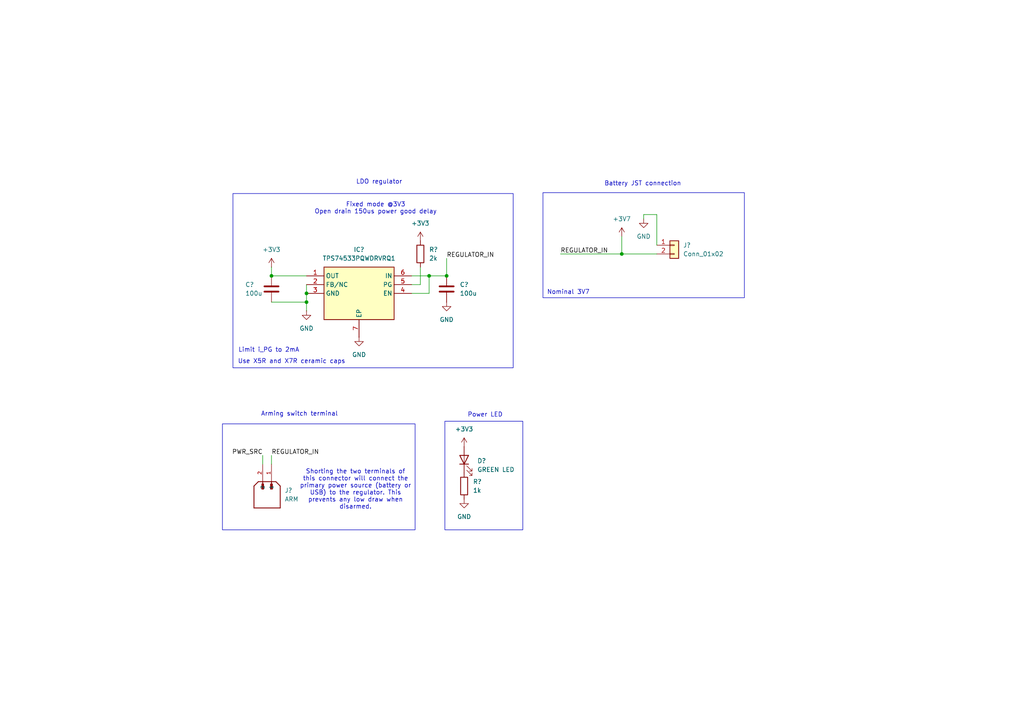
<source format=kicad_sch>
(kicad_sch (version 20231120) (generator "eeschema") (generator_version "8.0")
  (paper "A4")
  (title_block (title "Pygmy") (date "2024-11-13") (rev "A") (company "Matteo Golin"))
  (lib_symbols
    (symbol "1726480102:Minifit-JR-2pos" (pin_names (offset 1.016))
      (property "Reference" "J" (at 0 3.81 0))
      (property "Value" "Minifit-JR-2pos" (at 0 -7.62 0))
      (symbol "Minifit-JR-2pos_0_0"
        (polyline (pts (xy 0 -3.81) (xy 1.27 -5.08)) (stroke (width 0.254)))
        (polyline (pts (xy 0 -2.54) (xy 1.905 -2.54)) (stroke (width 0.254)))
        (polyline (pts (xy 0 0) (xy 0 -3.81)) (stroke (width 0.254)))
        (polyline (pts (xy 0 0) (xy 1.905 0)) (stroke (width 0.254)))
        (polyline (pts (xy 0 1.27) (xy 0 0)) (stroke (width 0.254)))
        (polyline (pts (xy 0 1.27) (xy 1.27 2.54)) (stroke (width 0.254)))
        (polyline (pts (xy 1.27 -5.08) (xy 7.62 -5.08)) (stroke (width 0.254)))
        (polyline (pts (xy 7.62 -5.08) (xy 7.62 2.54)) (stroke (width 0.254)))
        (polyline (pts (xy 7.62 2.54) (xy 1.27 2.54)) (stroke (width 0.254)))
        (rectangle (start 0.635 -2.8575) (end 2.2225 -2.2225) (stroke (width 0.1)) (fill (type outline)))
        (rectangle (start 0.635 -0.3175) (end 2.2225 0.3175) (stroke (width 0.1)) (fill (type outline)))
        (pin passive line (at -5.08 0 0) (length 5.08) (name "1") (number "1"))
        (pin passive line (at -5.08 -2.54 0) (length 5.08) (name "2") (number "2"))
      )
    )
    (symbol "Connector_Generic:Conn_01x02" (pin_names (offset 1.016) hide)
      (property "Reference" "J" (at 0 2.54 0))
      (property "Value" "Conn_01x02" (at 0 -5.08 0))
      (symbol "Conn_01x02_1_1"
        (rectangle (start -1.27 -2.413) (end 0 -2.667) (stroke (width 0.1524)))
        (rectangle (start -1.27 0.127) (end 0 -0.127) (stroke (width 0.1524)))
        (rectangle (start -1.27 1.27) (end 1.27 -3.81) (stroke (width 0.254)) (fill (type background)))
        (pin passive line (at -5.08 0 0) (length 3.81) (name "Pin_1") (number "1"))
        (pin passive line (at -5.08 -2.54 0) (length 3.81) (name "Pin_2") (number "2"))
      )
    )
    (symbol "Device:C" (pin_numbers hide) (pin_names (offset 0.254))
      (property "Reference" "C" (at 0.635 2.54 0))
      (property "Value" "C" (at 0.635 -2.54 0))
      (symbol "C_0_1"
        (polyline (pts (xy -2.032 -0.762) (xy 2.032 -0.762)) (stroke (width 0.508)))
        (polyline (pts (xy -2.032 0.762) (xy 2.032 0.762)) (stroke (width 0.508)))
      )
      (symbol "C_1_1"
        (pin passive line (at 0 3.81 270) (length 2.794) (name "~") (number "1"))
        (pin passive line (at 0 -3.81 90) (length 2.794) (name "~") (number "2"))
      )
    )
    (symbol "Device:LED" (pin_numbers hide) (pin_names (offset 1.016) hide)
      (property "Reference" "D" (at 0 2.54 0))
      (property "Value" "LED" (at 0 -2.54 0))
      (symbol "LED_0_1"
        (polyline (pts (xy -1.27 -1.27) (xy -1.27 1.27)) (stroke (width 0.254)))
        (polyline (pts (xy -1.27 0) (xy 1.27 0)))
        (polyline (pts (xy 1.27 -1.27) (xy 1.27 1.27) (xy -1.27 0) (xy 1.27 -1.27)) (stroke (width 0.254)))
        (polyline (pts (xy -3.048 -0.762) (xy -4.572 -2.286) (xy -3.81 -2.286) (xy -4.572 -2.286) (xy -4.572 -1.524)))
        (polyline (pts (xy -1.778 -0.762) (xy -3.302 -2.286) (xy -2.54 -2.286) (xy -3.302 -2.286) (xy -3.302 -1.524)))
      )
      (symbol "LED_1_1"
        (pin passive line (at -3.81 0 0) (length 2.54) (name "K") (number "1"))
        (pin passive line (at 3.81 0 180) (length 2.54) (name "A") (number "2"))
      )
    )
    (symbol "Device:R" (pin_numbers hide) (pin_names (offset 0))
      (property "Reference" "R" (at 2.032 0 90))
      (property "Value" "R" (at 0 0 90))
      (symbol "R_0_1"
        (rectangle (start -1.016 -2.54) (end 1.016 2.54) (stroke (width 0.254)))
      )
      (symbol "R_1_1"
        (pin passive line (at 0 3.81 270) (length 1.27) (name "~") (number "1"))
        (pin passive line (at 0 -3.81 90) (length 1.27) (name "~") (number "2"))
      )
    )
    (symbol "TPS74533PQWDRVRQ1:TPS74533PQWDRVRQ1"
      (property "Reference" "IC" (at 26.67 7.62 0))
      (property "Value" "TPS74533PQWDRVRQ1" (at 26.67 5.08 0))
      (symbol "TPS74533PQWDRVRQ1_1_1"
        (rectangle (start 5.08 2.54) (end 25.4 -12.7) (stroke (width 0.254)) (fill (type background)))
        (pin passive line (at 0 0 0) (length 5.08) (name "OUT") (number "1"))
        (pin passive line (at 0 -2.54 0) (length 5.08) (name "FB/NC") (number "2"))
        (pin passive line (at 0 -5.08 0) (length 5.08) (name "GND") (number "3"))
        (pin passive line (at 30.48 -5.08 180) (length 5.08) (name "EN") (number "4"))
        (pin passive line (at 30.48 -2.54 180) (length 5.08) (name "PG") (number "5"))
        (pin passive line (at 30.48 0 180) (length 5.08) (name "IN") (number "6"))
        (pin passive line (at 15.24 -17.78 90) (length 5.08) (name "EP") (number "7"))
      )
    )
    (symbol "power:+3V3" (power) (pin_numbers hide) (pin_names (offset 0) hide)
      (property "Value" "+3V3" (at 0 3.556 0))
      (symbol "+3V3_0_1"
        (polyline (pts (xy -0.762 1.27) (xy 0 2.54)))
        (polyline (pts (xy 0 0) (xy 0 2.54)))
        (polyline (pts (xy 0 2.54) (xy 0.762 1.27)))
      )
      (symbol "+3V3_1_1"
        (pin power_in line (at 0 0 90) (length 0) (name "~") (number "1"))
      )
    )
    (symbol "power:GND" (power) (pin_numbers hide) (pin_names (offset 0) hide)
      (property "Value" "GND" (at 0 -3.81 0))
      (symbol "GND_0_1"
        (polyline (pts (xy 0 0) (xy 0 -1.27) (xy 1.27 -1.27) (xy 0 -2.54) (xy -1.27 -1.27) (xy 0 -1.27)))
      )
      (symbol "GND_1_1"
        (pin power_in line (at 0 0 270) (length 0) (name "~") (number "1"))
      )
    )
  )
  (junction (at 180.34 73.66))
  (junction (at 78.74 80.01))
  (junction (at 88.9 85.09))
  (junction (at 88.9 87.63))
  (junction (at 129.54 80.01))
  (junction (at 124.46 80.01))
  (wire (pts (xy 78.74 132.08) (xy 78.74 134.62)))
  (wire (pts (xy 88.9 82.55) (xy 88.9 85.09)))
  (wire (pts (xy 76.2 132.08) (xy 76.2 134.62)))
  (wire (pts (xy 119.38 85.09) (xy 124.46 85.09)))
  (wire (pts (xy 78.74 77.47) (xy 78.74 80.01)))
  (wire (pts (xy 186.69 62.23) (xy 186.69 63.5)))
  (wire (pts (xy 180.34 68.58) (xy 180.34 73.66)))
  (wire (pts (xy 78.74 80.01) (xy 88.9 80.01)))
  (wire (pts (xy 186.69 62.23) (xy 190.5 62.23)))
  (wire (pts (xy 124.46 85.09) (xy 124.46 80.01)))
  (wire (pts (xy 119.38 82.55) (xy 121.92 82.55)))
  (wire (pts (xy 162.56 73.66) (xy 180.34 73.66)))
  (wire (pts (xy 78.74 87.63) (xy 88.9 87.63)))
  (wire (pts (xy 121.92 82.55) (xy 121.92 77.47)))
  (wire (pts (xy 129.54 80.01) (xy 124.46 80.01)))
  (wire (pts (xy 180.34 73.66) (xy 190.5 73.66)))
  (wire (pts (xy 88.9 87.63) (xy 88.9 90.17)))
  (wire (pts (xy 129.54 74.93) (xy 129.54 80.01)))
  (wire (pts (xy 88.9 85.09) (xy 88.9 87.63)))
  (wire (pts (xy 190.5 62.23) (xy 190.5 71.12)))
  (wire (pts (xy 124.46 80.01) (xy 119.38 80.01)))
  (rectangle (start 129.032 122.174) (end 151.638 153.67))
  (rectangle (start 67.564 56.134) (end 148.844 106.68))
  (rectangle (start 157.48 55.88) (end 215.9 86.36))
  (rectangle (start 64.516 122.936) (end 120.396 153.67))
  (text "Arming switch terminal" (at 86.868 120.142 0) (effects (font (size 1.27 1.27))))
  (text "LDO regulator" (at 109.982 52.832 0) (effects (font (size 1.27 1.27))))
  (text "Fixed mode @3V3\nOpen drain 150us power good delay" (at 108.966 60.452 0) (effects (font (size 1.27 1.27))))
  (text "Limit i_PG to 2mA" (at 77.978 101.6 0) (effects (font (size 1.27 1.27))))
  (text "Shorting the two terminals of\nthis connector will connect the\nprimary power source (battery or\nUSB) to the regulator. This\nprevents any low draw when\ndisarmed." (at 103.124 141.986 0) (effects (font (size 1.27 1.27))))
  (text "Use X5R and X7R ceramic caps" (at 84.582 104.902 0) (effects (font (size 1.27 1.27))))
  (text "Nominal 3V7" (at 164.846 84.836 0) (effects (font (size 1.27 1.27))))
  (text "Battery JST connection" (at 186.436 53.34 0) (effects (font (size 1.27 1.27))))
  (text "Power LED" (at 140.716 120.396 0) (effects (font (size 1.27 1.27))))
  (label "PWR_SRC" (at 76.2 132.08 180))
  (label "REGULATOR_IN" (at 162.56 73.66 0))
  (label "REGULATOR_IN" (at 129.54 74.93 0))
  (label "REGULATOR_IN" (at 78.74 132.08 0))
  (symbol (lib_id "power:+3V3") (at 121.92 69.85 0) (unit 1)
    (property "Reference" "#PWR036" (effects (hide yes)))
    (property "Value" "+3V3" (at 121.92 64.77 0))
    (property "Description" "Power symbol creates a global label with name \"+3V3\"" (effects (hide yes)))
  )
  (symbol (lib_id "power:+3V3") (at 78.74 77.47 0) (unit 1)
    (property "Reference" "#PWR037" (effects (hide yes)))
    (property "Value" "+3V3" (at 78.74 72.39 0))
    (property "Description" "Power symbol creates a global label with name \"+3V3\"" (effects (hide yes)))
  )
  (symbol (lib_id "1726480102:Minifit-JR-2pos") (at 78.74 139.7 270) (unit 1)
    (property "Reference" "J?" (at 82.55 142.2399 90) (effects (justify left)))
    (property "Value" "ARM" (at 82.55 144.7799 90) (effects (justify left)))
    (property "Footprint" "minifit-jr:MOLEX_1726480102" (effects (hide yes)))
    (property "PARTREV" "A2" (effects (hide yes)))
    (property "STANDARD" "Manufacturer Recommendations" (effects (hide yes)))
    (property "MAXIMUM_PACKAGE_HEIGHT" "7.20mm" (effects (hide yes)))
    (property "MANUFACTURER" "Molex" (effects (hide yes)))
  )
  (symbol (lib_id "TPS74533PQWDRVRQ1:TPS74533PQWDRVRQ1") (at 88.9 80.01 0) (unit 1)
    (property "Reference" "IC?" (at 104.14 72.39 0))
    (property "Value" "TPS74533PQWDRVRQ1" (at 104.14 74.93 0))
    (property "Footprint" "regulator:SON65P200X200X80-7N" (effects (hide yes)))
    (property "Datasheet" "https://www.ti.com/lit/gpn/TPS745-Q1" (effects (hide yes)))
    (property "Description" "LDO Voltage Regulators Automotive 500-mA low-dropout (LDO) regulator with power good 6-WSON -40 to 125" (effects (hide yes)))
    (property "Height" "0.8" (effects (hide yes)))
    (property "Mouser Part Number" "595-PS74533PQWDRVRQ1" (effects (hide yes)))
    (property "Mouser Price/Stock" "https://www.mouser.co.uk/ProductDetail/Texas-Instruments/TPS74533PQWDRVRQ1?qs=%252B6g0mu59x7KMjoigNjBCww%3D%3D" (effects (hide yes)))
    (property "Manufacturer_Name" "Texas Instruments" (effects (hide yes)))
    (property "Manufacturer_Part_Number" "TPS74533PQWDRVRQ1" (effects (hide yes)))
  )
  (symbol (lib_id "power:+3V3") (at 134.62 129.54 0) (unit 1)
    (property "Reference" "#PWR038" (effects (hide yes)))
    (property "Value" "+3V3" (at 134.62 124.46 0))
    (property "Description" "Power symbol creates a global label with name \"+3V3\"" (effects (hide yes)))
  )
  (symbol (lib_id "power:GND") (at 129.54 87.63 0) (unit 1)
    (property "Reference" "#PWR058" (effects (hide yes)))
    (property "Value" "GND" (at 129.54 92.71 0))
    (property "Description" "Power symbol creates a global label with name \"GND\" , ground" (effects (hide yes)))
  )
  (symbol (lib_id "power:GND") (at 134.62 144.78 0) (unit 1)
    (property "Reference" "#PWR039" (effects (hide yes)))
    (property "Value" "GND" (at 134.62 149.86 0))
    (property "Description" "Power symbol creates a global label with name \"GND\" , ground" (effects (hide yes)))
  )
  (symbol (lib_id "Device:R") (at 134.62 140.97 0) (unit 1)
    (property "Reference" "R?" (at 137.16 139.6999 0) (effects (justify left)))
    (property "Value" "1k" (at 137.16 142.2399 0) (effects (justify left)))
    (property "Description" "Resistor" (effects (hide yes)))
  )
  (symbol (lib_id "Connector_Generic:Conn_01x02") (at 195.58 71.12 0) (unit 1)
    (property "Reference" "J?" (at 198.12 71.1199 0) (effects (justify left)))
    (property "Value" "Conn_01x02" (at 198.12 73.6599 0) (effects (justify left)))
    (property "Footprint" "Connector_JST:JST_PH_S2B-PH-K_1x02_P2.00mm_Horizontal" (effects (hide yes)))
    (property "Description" "Generic connector, single row, 01x02, script generated (kicad-library-utils/schlib/autogen/connector/)" (effects (hide yes)))
  )
  (symbol (lib_id "power:+3V3") (at 180.34 68.58 0) (unit 1)
    (property "Reference" "#PWR062" (effects (hide yes)))
    (property "Value" "+3V7" (at 180.34 63.5 0))
    (property "Description" "Power symbol creates a global label with name \"+3V3\"" (effects (hide yes)))
  )
  (symbol (lib_id "Device:R") (at 121.92 73.66 0) (unit 1)
    (property "Reference" "R?" (at 124.46 72.3899 0) (effects (justify left)))
    (property "Value" "2k" (at 124.46 74.9299 0) (effects (justify left)))
    (property "Description" "Resistor" (effects (hide yes)))
  )
  (symbol (lib_id "power:GND") (at 88.9 90.17 0) (unit 1)
    (property "Reference" "#PWR059" (effects (hide yes)))
    (property "Value" "GND" (at 88.9 95.25 0))
    (property "Description" "Power symbol creates a global label with name \"GND\" , ground" (effects (hide yes)))
  )
  (symbol (lib_id "Device:C") (at 78.74 83.82 0) (unit 1)
    (property "Reference" "C?" (at 71.12 82.55 0) (effects (justify left)))
    (property "Value" "100u" (at 71.12 85.09 0) (effects (justify left)))
    (property "Description" "Unpolarized capacitor" (effects (hide yes)))
  )
  (symbol (lib_id "Device:LED") (at 134.62 133.35 90) (unit 1)
    (property "Reference" "D?" (at 138.43 133.6674 90) (effects (justify right)))
    (property "Value" "GREEN LED" (at 138.43 136.2074 90) (effects (justify right)))
    (property "Description" "Light emitting diode" (effects (hide yes)))
  )
  (symbol (lib_id "Device:C") (at 129.54 83.82 0) (unit 1)
    (property "Reference" "C?" (at 133.35 82.5499 0) (effects (justify left)))
    (property "Value" "100u" (at 133.35 85.0899 0) (effects (justify left)))
    (property "Description" "Unpolarized capacitor" (effects (hide yes)))
  )
  (symbol (lib_id "power:GND") (at 186.69 63.5 0) (unit 1)
    (property "Reference" "#PWR061" (effects (hide yes)))
    (property "Value" "GND" (at 186.69 68.58 0))
    (property "Description" "Power symbol creates a global label with name \"GND\" , ground" (effects (hide yes)))
  )
  (symbol (lib_id "power:GND") (at 104.14 97.79 0) (unit 1)
    (property "Reference" "#PWR060" (effects (hide yes)))
    (property "Value" "GND" (at 104.14 102.87 0))
    (property "Description" "Power symbol creates a global label with name \"GND\" , ground" (effects (hide yes)))
  )
)
</source>
